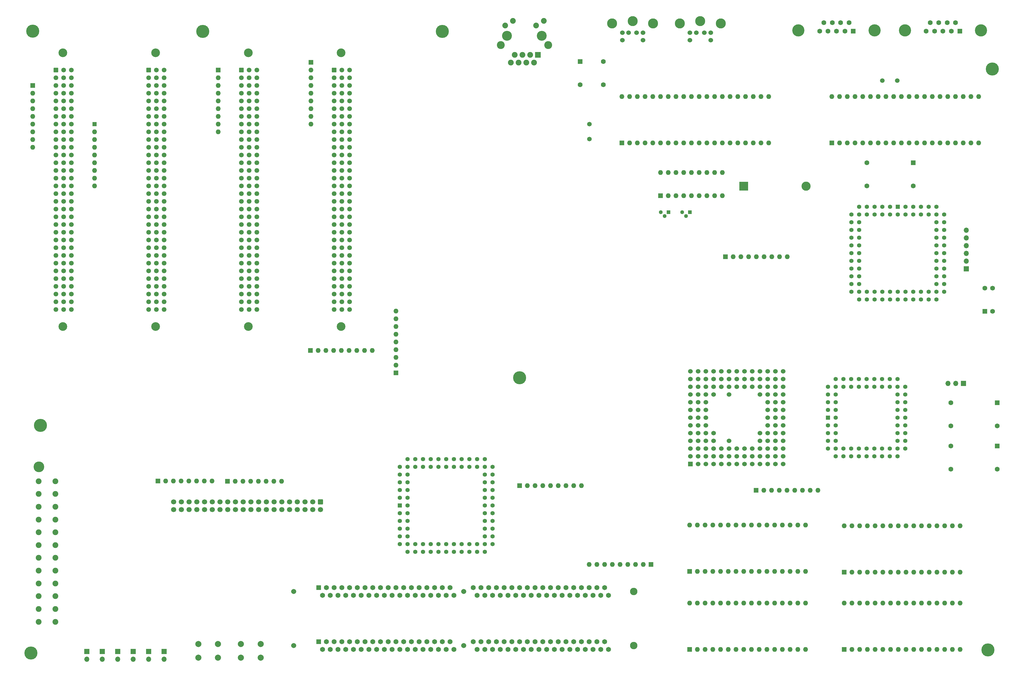
<source format=gbr>
%TF.GenerationSoftware,KiCad,Pcbnew,(6.0.8)*%
%TF.CreationDate,2022-10-29T13:34:51+01:00*%
%TF.ProjectId,yddraig030,79646472-6169-4673-9033-302e6b696361,rev?*%
%TF.SameCoordinates,Original*%
%TF.FileFunction,Soldermask,Bot*%
%TF.FilePolarity,Negative*%
%FSLAX46Y46*%
G04 Gerber Fmt 4.6, Leading zero omitted, Abs format (unit mm)*
G04 Created by KiCad (PCBNEW (6.0.8)) date 2022-10-29 13:34:51*
%MOMM*%
%LPD*%
G01*
G04 APERTURE LIST*
G04 Aperture macros list*
%AMRoundRect*
0 Rectangle with rounded corners*
0 $1 Rounding radius*
0 $2 $3 $4 $5 $6 $7 $8 $9 X,Y pos of 4 corners*
0 Add a 4 corners polygon primitive as box body*
4,1,4,$2,$3,$4,$5,$6,$7,$8,$9,$2,$3,0*
0 Add four circle primitives for the rounded corners*
1,1,$1+$1,$2,$3*
1,1,$1+$1,$4,$5*
1,1,$1+$1,$6,$7*
1,1,$1+$1,$8,$9*
0 Add four rect primitives between the rounded corners*
20,1,$1+$1,$2,$3,$4,$5,0*
20,1,$1+$1,$4,$5,$6,$7,0*
20,1,$1+$1,$6,$7,$8,$9,0*
20,1,$1+$1,$8,$9,$2,$3,0*%
G04 Aperture macros list end*
%ADD10R,1.300000X1.300000*%
%ADD11C,1.300000*%
%ADD12R,1.600000X1.600000*%
%ADD13O,1.600000X1.600000*%
%ADD14R,1.700000X1.700000*%
%ADD15O,1.700000X1.700000*%
%ADD16C,1.600000*%
%ADD17R,3.000000X3.000000*%
%ADD18C,3.000000*%
%ADD19C,1.524000*%
%ADD20C,3.300000*%
%ADD21C,4.300000*%
%ADD22C,2.440000*%
%ADD23C,1.660000*%
%ADD24R,1.650000X1.650000*%
%ADD25C,1.650000*%
%ADD26R,1.422400X1.422400*%
%ADD27C,1.422400*%
%ADD28C,2.850000*%
%ADD29RoundRect,0.249999X-0.525001X-0.525001X0.525001X-0.525001X0.525001X0.525001X-0.525001X0.525001X0*%
%ADD30C,1.550000*%
%ADD31C,1.905000*%
%ADD32C,3.505200*%
%ADD33R,1.400000X1.400000*%
%ADD34R,1.524000X1.524000*%
%ADD35C,4.000000*%
%ADD36RoundRect,0.250000X-0.600000X0.600000X-0.600000X-0.600000X0.600000X-0.600000X0.600000X0.600000X0*%
%ADD37C,1.700000*%
%ADD38C,2.000000*%
%ADD39C,1.500000*%
%ADD40R,1.580000X1.580000*%
%ADD41C,1.580000*%
%ADD42C,3.250000*%
%ADD43C,2.600000*%
%ADD44C,1.890000*%
%ADD45R,1.900000X1.900000*%
%ADD46C,1.900000*%
G04 APERTURE END LIST*
D10*
%TO.C,Q1302*%
X247040000Y-97500000D03*
D11*
X245770000Y-98770000D03*
X244500000Y-97500000D03*
%TD*%
D12*
%TO.C,U402*%
X254000000Y-215646000D03*
D13*
X256540000Y-215646000D03*
X259080000Y-215646000D03*
X261620000Y-215646000D03*
X264160000Y-215646000D03*
X266700000Y-215646000D03*
X269240000Y-215646000D03*
X271780000Y-215646000D03*
X274320000Y-215646000D03*
X276860000Y-215646000D03*
X279400000Y-215646000D03*
X281940000Y-215646000D03*
X284480000Y-215646000D03*
X287020000Y-215646000D03*
X289560000Y-215646000D03*
X292100000Y-215646000D03*
X292100000Y-200406000D03*
X289560000Y-200406000D03*
X287020000Y-200406000D03*
X284480000Y-200406000D03*
X281940000Y-200406000D03*
X279400000Y-200406000D03*
X276860000Y-200406000D03*
X274320000Y-200406000D03*
X271780000Y-200406000D03*
X269240000Y-200406000D03*
X266700000Y-200406000D03*
X264160000Y-200406000D03*
X261620000Y-200406000D03*
X259080000Y-200406000D03*
X256540000Y-200406000D03*
X254000000Y-200406000D03*
%TD*%
D12*
%TO.C,U501*%
X300750000Y-74750000D03*
D13*
X303290000Y-74750000D03*
X305830000Y-74750000D03*
X308370000Y-74750000D03*
X310910000Y-74750000D03*
X313450000Y-74750000D03*
X315990000Y-74750000D03*
X318530000Y-74750000D03*
X321070000Y-74750000D03*
X323610000Y-74750000D03*
X326150000Y-74750000D03*
X328690000Y-74750000D03*
X331230000Y-74750000D03*
X333770000Y-74750000D03*
X336310000Y-74750000D03*
X338850000Y-74750000D03*
X341390000Y-74750000D03*
X343930000Y-74750000D03*
X346470000Y-74750000D03*
X349010000Y-74750000D03*
X349010000Y-59510000D03*
X346470000Y-59510000D03*
X343930000Y-59510000D03*
X341390000Y-59510000D03*
X338850000Y-59510000D03*
X336310000Y-59510000D03*
X333770000Y-59510000D03*
X331230000Y-59510000D03*
X328690000Y-59510000D03*
X326150000Y-59510000D03*
X323610000Y-59510000D03*
X321070000Y-59510000D03*
X318530000Y-59510000D03*
X315990000Y-59510000D03*
X313450000Y-59510000D03*
X310910000Y-59510000D03*
X308370000Y-59510000D03*
X305830000Y-59510000D03*
X303290000Y-59510000D03*
X300750000Y-59510000D03*
%TD*%
D12*
%TO.C,U1102*%
X231740000Y-74740000D03*
D13*
X234280000Y-74740000D03*
X236820000Y-74740000D03*
X239360000Y-74740000D03*
X241900000Y-74740000D03*
X244440000Y-74740000D03*
X246980000Y-74740000D03*
X249520000Y-74740000D03*
X252060000Y-74740000D03*
X254600000Y-74740000D03*
X257140000Y-74740000D03*
X259680000Y-74740000D03*
X262220000Y-74740000D03*
X264760000Y-74740000D03*
X267300000Y-74740000D03*
X269840000Y-74740000D03*
X272380000Y-74740000D03*
X274920000Y-74740000D03*
X277460000Y-74740000D03*
X280000000Y-74740000D03*
X280000000Y-59500000D03*
X277460000Y-59500000D03*
X274920000Y-59500000D03*
X272380000Y-59500000D03*
X269840000Y-59500000D03*
X267300000Y-59500000D03*
X264760000Y-59500000D03*
X262220000Y-59500000D03*
X259680000Y-59500000D03*
X257140000Y-59500000D03*
X254600000Y-59500000D03*
X252060000Y-59500000D03*
X249520000Y-59500000D03*
X246980000Y-59500000D03*
X244440000Y-59500000D03*
X241900000Y-59500000D03*
X239360000Y-59500000D03*
X236820000Y-59500000D03*
X234280000Y-59500000D03*
X231740000Y-59500000D03*
%TD*%
D14*
%TO.C,J202*%
X81280000Y-242000000D03*
D15*
X81280000Y-244540000D03*
%TD*%
D12*
%TO.C,X1101*%
X218030000Y-48030000D03*
D16*
X218030000Y-55650000D03*
X225650000Y-55650000D03*
X225650000Y-48030000D03*
%TD*%
D12*
%TO.C,RN701*%
X129325000Y-143000000D03*
D13*
X131865000Y-143000000D03*
X134405000Y-143000000D03*
X136945000Y-143000000D03*
X139485000Y-143000000D03*
X142025000Y-143000000D03*
X144565000Y-143000000D03*
X147105000Y-143000000D03*
X149645000Y-143000000D03*
%TD*%
D17*
%TO.C,BT1301*%
X271747584Y-89000000D03*
D18*
X292237584Y-89000000D03*
%TD*%
D19*
%TO.C,J1101*%
X233950000Y-38500000D03*
X236550000Y-38500000D03*
X231850000Y-38500000D03*
X238650000Y-38500000D03*
X231850000Y-41000000D03*
X238650000Y-41000000D03*
D20*
X235250000Y-34700000D03*
X242000000Y-35500000D03*
X228500000Y-35500000D03*
%TD*%
D19*
%TO.C,J1102*%
X256200000Y-38500000D03*
X258800000Y-38500000D03*
X254100000Y-38500000D03*
X260900000Y-38500000D03*
X254100000Y-41000000D03*
X260900000Y-41000000D03*
D20*
X257500000Y-34700000D03*
X250750000Y-35500000D03*
X264250000Y-35500000D03*
%TD*%
D14*
%TO.C,J701*%
X344950000Y-116150000D03*
D15*
X344950000Y-113610000D03*
X344950000Y-111070000D03*
X344950000Y-108530000D03*
X344950000Y-105990000D03*
X344950000Y-103450000D03*
%TD*%
D21*
%TO.C,H108*%
X172720000Y-38100000D03*
%TD*%
D22*
%TO.C,SIMM1001*%
X235585000Y-240030000D03*
D23*
X179705000Y-240030000D03*
X123825000Y-240030000D03*
D24*
X132080000Y-238760000D03*
D25*
X133350000Y-241300000D03*
X134620000Y-238760000D03*
X135890000Y-241300000D03*
X137160000Y-238760000D03*
X138430000Y-241300000D03*
X139700000Y-238760000D03*
X140970000Y-241300000D03*
X142240000Y-238760000D03*
X143510000Y-241300000D03*
X144780000Y-238760000D03*
X146050000Y-241300000D03*
X147320000Y-238760000D03*
X148590000Y-241300000D03*
X149860000Y-238760000D03*
X151130000Y-241300000D03*
X152400000Y-238760000D03*
X153670000Y-241300000D03*
X154940000Y-238760000D03*
X156210000Y-241300000D03*
X157480000Y-238760000D03*
X158750000Y-241300000D03*
X160020000Y-238760000D03*
X161290000Y-241300000D03*
X162560000Y-238760000D03*
X163830000Y-241300000D03*
X165100000Y-238760000D03*
X166370000Y-241300000D03*
X167640000Y-238760000D03*
X168910000Y-241300000D03*
X170180000Y-238760000D03*
X171450000Y-241300000D03*
X172720000Y-238760000D03*
X173990000Y-241300000D03*
X175260000Y-238760000D03*
X176530000Y-241300000D03*
X182880000Y-238760000D03*
X184150000Y-241300000D03*
X185420000Y-238760000D03*
X186690000Y-241300000D03*
X187960000Y-238760000D03*
X189230000Y-241300000D03*
X190500000Y-238760000D03*
X191770000Y-241300000D03*
X193040000Y-238760000D03*
X194310000Y-241300000D03*
X195580000Y-238760000D03*
X196850000Y-241300000D03*
X198120000Y-238760000D03*
X199390000Y-241300000D03*
X200660000Y-238760000D03*
X201930000Y-241300000D03*
X203200000Y-238760000D03*
X204470000Y-241300000D03*
X205740000Y-238760000D03*
X207010000Y-241300000D03*
X208280000Y-238760000D03*
X209550000Y-241300000D03*
X210820000Y-238760000D03*
X212090000Y-241300000D03*
X213360000Y-238760000D03*
X214630000Y-241300000D03*
X215900000Y-238760000D03*
X217170000Y-241300000D03*
X218440000Y-238760000D03*
X219710000Y-241300000D03*
X220980000Y-238760000D03*
X222250000Y-241300000D03*
X223520000Y-238760000D03*
X224790000Y-241300000D03*
X226060000Y-238760000D03*
X227330000Y-241300000D03*
%TD*%
D26*
%TO.C,U1001*%
X158760000Y-194000000D03*
D27*
X161300000Y-194000000D03*
X158760000Y-196540000D03*
X161300000Y-196540000D03*
X158760000Y-199080000D03*
X161300000Y-199080000D03*
X158760000Y-201620000D03*
X161300000Y-201620000D03*
X158760000Y-204160000D03*
X161300000Y-204160000D03*
X158760000Y-206700000D03*
X161300000Y-209240000D03*
X161300000Y-206700000D03*
X163840000Y-209240000D03*
X163840000Y-206700000D03*
X166380000Y-209240000D03*
X166380000Y-206700000D03*
X168920000Y-209240000D03*
X168920000Y-206700000D03*
X171460000Y-209240000D03*
X171460000Y-206700000D03*
X174000000Y-209240000D03*
X174000000Y-206700000D03*
X176540000Y-209240000D03*
X176540000Y-206700000D03*
X179080000Y-209240000D03*
X179080000Y-206700000D03*
X181620000Y-209240000D03*
X181620000Y-206700000D03*
X184160000Y-209240000D03*
X184160000Y-206700000D03*
X186700000Y-209240000D03*
X189240000Y-206700000D03*
X186700000Y-206700000D03*
X189240000Y-204160000D03*
X186700000Y-204160000D03*
X189240000Y-201620000D03*
X186700000Y-201620000D03*
X189240000Y-199080000D03*
X186700000Y-199080000D03*
X189240000Y-196540000D03*
X186700000Y-196540000D03*
X189240000Y-194000000D03*
X186700000Y-194000000D03*
X189240000Y-191460000D03*
X186700000Y-191460000D03*
X189240000Y-188920000D03*
X186700000Y-188920000D03*
X189240000Y-186380000D03*
X186700000Y-186380000D03*
X189240000Y-183840000D03*
X186700000Y-183840000D03*
X189240000Y-181300000D03*
X186700000Y-178760000D03*
X186700000Y-181300000D03*
X184160000Y-178760000D03*
X184160000Y-181300000D03*
X181620000Y-178760000D03*
X181620000Y-181300000D03*
X179080000Y-178760000D03*
X179080000Y-181300000D03*
X176540000Y-178760000D03*
X176540000Y-181300000D03*
X174000000Y-178760000D03*
X174000000Y-181300000D03*
X171460000Y-178760000D03*
X171460000Y-181300000D03*
X168920000Y-178760000D03*
X168920000Y-181300000D03*
X166380000Y-178760000D03*
X166380000Y-181300000D03*
X163840000Y-178760000D03*
X163840000Y-181300000D03*
X161300000Y-178760000D03*
X158760000Y-181300000D03*
X161300000Y-181300000D03*
X158760000Y-183840000D03*
X161300000Y-183840000D03*
X158760000Y-186380000D03*
X161300000Y-186380000D03*
X158760000Y-188920000D03*
X161300000Y-188920000D03*
X158760000Y-191460000D03*
X161300000Y-191460000D03*
%TD*%
D28*
%TO.C,EXP801*%
X47960000Y-45170000D03*
X47960000Y-135170000D03*
D29*
X45720000Y-50800000D03*
D30*
X45720000Y-53340000D03*
X45720000Y-55880000D03*
X45720000Y-58420000D03*
X45720000Y-60960000D03*
X45720000Y-63500000D03*
X45720000Y-66040000D03*
X45720000Y-68580000D03*
X45720000Y-71120000D03*
X45720000Y-73660000D03*
X45720000Y-76200000D03*
X45720000Y-78740000D03*
X45720000Y-81280000D03*
X45720000Y-83820000D03*
X45720000Y-86360000D03*
X45720000Y-88900000D03*
X45720000Y-91440000D03*
X45720000Y-93980000D03*
X45720000Y-96520000D03*
X45720000Y-99060000D03*
X45720000Y-101600000D03*
X45720000Y-104140000D03*
X45720000Y-106680000D03*
X45720000Y-109220000D03*
X45720000Y-111760000D03*
X45720000Y-114300000D03*
X45720000Y-116840000D03*
X45720000Y-119380000D03*
X45720000Y-121920000D03*
X45720000Y-124460000D03*
X45720000Y-127000000D03*
X45720000Y-129540000D03*
X48260000Y-50800000D03*
X48260000Y-53340000D03*
X48260000Y-55880000D03*
X48260000Y-58420000D03*
X48260000Y-60960000D03*
X48260000Y-63500000D03*
X48260000Y-66040000D03*
X48260000Y-68580000D03*
X48260000Y-71120000D03*
X48260000Y-73660000D03*
X48260000Y-76200000D03*
X48260000Y-78740000D03*
X48260000Y-81280000D03*
X48260000Y-83820000D03*
X48260000Y-86360000D03*
X48260000Y-88900000D03*
X48260000Y-91440000D03*
X48260000Y-93980000D03*
X48260000Y-96520000D03*
X48260000Y-99060000D03*
X48260000Y-101600000D03*
X48260000Y-104140000D03*
X48260000Y-106680000D03*
X48260000Y-109220000D03*
X48260000Y-111760000D03*
X48260000Y-114300000D03*
X48260000Y-116840000D03*
X48260000Y-119380000D03*
X48260000Y-121920000D03*
X48260000Y-124460000D03*
X48260000Y-127000000D03*
X48260000Y-129540000D03*
X50800000Y-50800000D03*
X50800000Y-53340000D03*
X50800000Y-55880000D03*
X50800000Y-58420000D03*
X50800000Y-60960000D03*
X50800000Y-63500000D03*
X50800000Y-66040000D03*
X50800000Y-68580000D03*
X50800000Y-71120000D03*
X50800000Y-73660000D03*
X50800000Y-76200000D03*
X50800000Y-78740000D03*
X50800000Y-81280000D03*
X50800000Y-83820000D03*
X50800000Y-86360000D03*
X50800000Y-88900000D03*
X50800000Y-91440000D03*
X50800000Y-93980000D03*
X50800000Y-96520000D03*
X50800000Y-99060000D03*
X50800000Y-101600000D03*
X50800000Y-104140000D03*
X50800000Y-106680000D03*
X50800000Y-109220000D03*
X50800000Y-111760000D03*
X50800000Y-114300000D03*
X50800000Y-116840000D03*
X50800000Y-119380000D03*
X50800000Y-121920000D03*
X50800000Y-124460000D03*
X50800000Y-127000000D03*
X50800000Y-129540000D03*
%TD*%
D31*
%TO.C,J1401*%
X45500000Y-186000008D03*
X45500000Y-190200007D03*
X45500000Y-194400006D03*
X45500000Y-198600005D03*
X45500000Y-202800005D03*
X45500000Y-207000004D03*
X45500000Y-211200003D03*
X45500000Y-215400002D03*
X45500000Y-219600002D03*
X45500000Y-223800001D03*
X45500000Y-228000000D03*
X45500000Y-232199999D03*
X40000001Y-186000008D03*
X40000001Y-190200007D03*
X40000001Y-194400006D03*
X40000001Y-198600005D03*
X40000001Y-202800005D03*
X40000001Y-207000004D03*
X40000001Y-211200003D03*
X40000001Y-215400002D03*
X40000001Y-219600002D03*
X40000001Y-223800001D03*
X40000001Y-228000000D03*
X40000001Y-232199999D03*
D32*
X40102500Y-181236505D03*
%TD*%
D21*
%TO.C,H105*%
X94000000Y-38100000D03*
%TD*%
D33*
%TO.C,RN904*%
X58420000Y-68580000D03*
D13*
X58420000Y-71120000D03*
X58420000Y-73660000D03*
X58420000Y-76200000D03*
X58420000Y-78740000D03*
X58420000Y-81280000D03*
X58420000Y-83820000D03*
X58420000Y-86360000D03*
X58420000Y-88900000D03*
%TD*%
D34*
%TO.C,U301*%
X254254000Y-180340000D03*
D19*
X254254000Y-177800000D03*
X254254000Y-175260000D03*
X254254000Y-172720000D03*
X254254000Y-170180000D03*
X254254000Y-167640000D03*
X254254000Y-165100000D03*
X254254000Y-162560000D03*
X254254000Y-160020000D03*
X254254000Y-157480000D03*
X254254000Y-154940000D03*
X254254000Y-152400000D03*
X254254000Y-149860000D03*
X256794000Y-180340000D03*
X256794000Y-177800000D03*
X256794000Y-175260000D03*
X256794000Y-172720000D03*
X256794000Y-170180000D03*
X256794000Y-167640000D03*
X256794000Y-165100000D03*
X256794000Y-162560000D03*
X256794000Y-160020000D03*
X256794000Y-157480000D03*
X256794000Y-154940000D03*
X256794000Y-152400000D03*
X256794000Y-149860000D03*
X259334000Y-180340000D03*
X259334000Y-177800000D03*
X259334000Y-175260000D03*
X259334000Y-172720000D03*
X259334000Y-170180000D03*
X259334000Y-167640000D03*
X259334000Y-165100000D03*
X259334000Y-162560000D03*
X259334000Y-160020000D03*
X259334000Y-157480000D03*
X259334000Y-154940000D03*
X259334000Y-152400000D03*
X259334000Y-149860000D03*
X261874000Y-180340000D03*
X261874000Y-177800000D03*
X261874000Y-175260000D03*
X261874000Y-172720000D03*
X261874000Y-170180000D03*
X261874000Y-157480000D03*
X261874000Y-154940000D03*
X261874000Y-152400000D03*
X261874000Y-149860000D03*
X264414000Y-180340000D03*
X264414000Y-177800000D03*
X264414000Y-175260000D03*
X264414000Y-154940000D03*
X264414000Y-152400000D03*
X264414000Y-149860000D03*
X266954000Y-180340000D03*
X266954000Y-177800000D03*
X266954000Y-175260000D03*
X266954000Y-172720000D03*
X266954000Y-157480000D03*
X266954000Y-154940000D03*
X266954000Y-152400000D03*
X266954000Y-149860000D03*
X269494000Y-180340000D03*
X269494000Y-177800000D03*
X269494000Y-175260000D03*
X269494000Y-154940000D03*
X269494000Y-152400000D03*
X269494000Y-149860000D03*
X272034000Y-180340000D03*
X272034000Y-177800000D03*
X272034000Y-175260000D03*
X272034000Y-154940000D03*
X272034000Y-152400000D03*
X272034000Y-149860000D03*
X274574000Y-180340000D03*
X274574000Y-177800000D03*
X274574000Y-175260000D03*
X274574000Y-154940000D03*
X274574000Y-152400000D03*
X274574000Y-149860000D03*
X277114000Y-180340000D03*
X277114000Y-177800000D03*
X277114000Y-175260000D03*
X277114000Y-172720000D03*
X277114000Y-170180000D03*
X277114000Y-157480000D03*
X277114000Y-154940000D03*
X277114000Y-152400000D03*
X277114000Y-149860000D03*
X279654000Y-180340000D03*
X279654000Y-177800000D03*
X279654000Y-175260000D03*
X279654000Y-172720000D03*
X279654000Y-170180000D03*
X279654000Y-167640000D03*
X279654000Y-165100000D03*
X279654000Y-162560000D03*
X279654000Y-160020000D03*
X279654000Y-157480000D03*
X279654000Y-154940000D03*
X279654000Y-152400000D03*
X279654000Y-149860000D03*
X282194000Y-180340000D03*
X282194000Y-177800000D03*
X282194000Y-175260000D03*
X282194000Y-172720000D03*
X282194000Y-170180000D03*
X282194000Y-167640000D03*
X282194000Y-165100000D03*
X282194000Y-162560000D03*
X282194000Y-160020000D03*
X282194000Y-157480000D03*
X282194000Y-154940000D03*
X282194000Y-152400000D03*
X282194000Y-149860000D03*
X284734000Y-180340000D03*
X284734000Y-177800000D03*
X284734000Y-175260000D03*
X284734000Y-172720000D03*
X284734000Y-170180000D03*
X284734000Y-167640000D03*
X284734000Y-165100000D03*
X284734000Y-162560000D03*
X284734000Y-160020000D03*
X284734000Y-157480000D03*
X284734000Y-154940000D03*
X284734000Y-152400000D03*
X284734000Y-149860000D03*
%TD*%
D10*
%TO.C,Q1301*%
X254040000Y-97500000D03*
D11*
X252770000Y-98770000D03*
X251500000Y-97500000D03*
%TD*%
D26*
%TO.C,U302*%
X299466000Y-165100000D03*
D27*
X302006000Y-165100000D03*
X299466000Y-167640000D03*
X302006000Y-167640000D03*
X299466000Y-170180000D03*
X302006000Y-170180000D03*
X299466000Y-172720000D03*
X302006000Y-172720000D03*
X299466000Y-175260000D03*
X302006000Y-177800000D03*
X302006000Y-175260000D03*
X304546000Y-177800000D03*
X304546000Y-175260000D03*
X307086000Y-177800000D03*
X307086000Y-175260000D03*
X309626000Y-177800000D03*
X309626000Y-175260000D03*
X312166000Y-177800000D03*
X312166000Y-175260000D03*
X314706000Y-177800000D03*
X314706000Y-175260000D03*
X317246000Y-177800000D03*
X317246000Y-175260000D03*
X319786000Y-177800000D03*
X319786000Y-175260000D03*
X322326000Y-177800000D03*
X324866000Y-175260000D03*
X322326000Y-175260000D03*
X324866000Y-172720000D03*
X322326000Y-172720000D03*
X324866000Y-170180000D03*
X322326000Y-170180000D03*
X324866000Y-167640000D03*
X322326000Y-167640000D03*
X324866000Y-165100000D03*
X322326000Y-165100000D03*
X324866000Y-162560000D03*
X322326000Y-162560000D03*
X324866000Y-160020000D03*
X322326000Y-160020000D03*
X324866000Y-157480000D03*
X322326000Y-157480000D03*
X324866000Y-154940000D03*
X322326000Y-152400000D03*
X322326000Y-154940000D03*
X319786000Y-152400000D03*
X319786000Y-154940000D03*
X317246000Y-152400000D03*
X317246000Y-154940000D03*
X314706000Y-152400000D03*
X314706000Y-154940000D03*
X312166000Y-152400000D03*
X312166000Y-154940000D03*
X309626000Y-152400000D03*
X309626000Y-154940000D03*
X307086000Y-152400000D03*
X307086000Y-154940000D03*
X304546000Y-152400000D03*
X304546000Y-154940000D03*
X302006000Y-152400000D03*
X299466000Y-154940000D03*
X302006000Y-154940000D03*
X299466000Y-157480000D03*
X302006000Y-157480000D03*
X299466000Y-160020000D03*
X302006000Y-160020000D03*
X299466000Y-162560000D03*
X302006000Y-162560000D03*
%TD*%
D35*
%TO.C,J501*%
X289750000Y-37750000D03*
X314750000Y-37750000D03*
D12*
X307790000Y-38050000D03*
D16*
X305020000Y-38050000D03*
X302250000Y-38050000D03*
X299480000Y-38050000D03*
X296710000Y-38050000D03*
X306405000Y-35210000D03*
X303635000Y-35210000D03*
X300865000Y-35210000D03*
X298095000Y-35210000D03*
%TD*%
D36*
%TO.C,J603*%
X132630000Y-192747500D03*
D37*
X132630000Y-195287500D03*
X130090000Y-192747500D03*
X130090000Y-195287500D03*
X127550000Y-192747500D03*
X127550000Y-195287500D03*
X125010000Y-192747500D03*
X125010000Y-195287500D03*
X122470000Y-192747500D03*
X122470000Y-195287500D03*
X119930000Y-192747500D03*
X119930000Y-195287500D03*
X117390000Y-192747500D03*
X117390000Y-195287500D03*
X114850000Y-192747500D03*
X114850000Y-195287500D03*
X112310000Y-192747500D03*
X112310000Y-195287500D03*
X109770000Y-192747500D03*
X109770000Y-195287500D03*
X107230000Y-192747500D03*
X107230000Y-195287500D03*
X104690000Y-192747500D03*
X104690000Y-195287500D03*
X102150000Y-192747500D03*
X102150000Y-195287500D03*
X99610000Y-192747500D03*
X99610000Y-195287500D03*
X97070000Y-192747500D03*
X97070000Y-195287500D03*
X94530000Y-192747500D03*
X94530000Y-195287500D03*
X91990000Y-192747500D03*
X91990000Y-195287500D03*
X89450000Y-192747500D03*
X89450000Y-195287500D03*
X86910000Y-192747500D03*
X86910000Y-195287500D03*
X84370000Y-192747500D03*
X84370000Y-195287500D03*
%TD*%
D23*
%TO.C,JSIMM1001*%
X123825000Y-222250000D03*
D22*
X235585000Y-222250000D03*
D23*
X179705000Y-222250000D03*
D24*
X132080000Y-220980000D03*
D25*
X133350000Y-223520000D03*
X134620000Y-220980000D03*
X135890000Y-223520000D03*
X137160000Y-220980000D03*
X138430000Y-223520000D03*
X139700000Y-220980000D03*
X140970000Y-223520000D03*
X142240000Y-220980000D03*
X143510000Y-223520000D03*
X144780000Y-220980000D03*
X146050000Y-223520000D03*
X147320000Y-220980000D03*
X148590000Y-223520000D03*
X149860000Y-220980000D03*
X151130000Y-223520000D03*
X152400000Y-220980000D03*
X153670000Y-223520000D03*
X154940000Y-220980000D03*
X156210000Y-223520000D03*
X157480000Y-220980000D03*
X158750000Y-223520000D03*
X160020000Y-220980000D03*
X161290000Y-223520000D03*
X162560000Y-220980000D03*
X163830000Y-223520000D03*
X165100000Y-220980000D03*
X166370000Y-223520000D03*
X167640000Y-220980000D03*
X168910000Y-223520000D03*
X170180000Y-220980000D03*
X171450000Y-223520000D03*
X172720000Y-220980000D03*
X173990000Y-223520000D03*
X175260000Y-220980000D03*
X176530000Y-223520000D03*
X182880000Y-220980000D03*
X184150000Y-223520000D03*
X185420000Y-220980000D03*
X186690000Y-223520000D03*
X187960000Y-220980000D03*
X189230000Y-223520000D03*
X190500000Y-220980000D03*
X191770000Y-223520000D03*
X193040000Y-220980000D03*
X194310000Y-223520000D03*
X195580000Y-220980000D03*
X196850000Y-223520000D03*
X198120000Y-220980000D03*
X199390000Y-223520000D03*
X200660000Y-220980000D03*
X201930000Y-223520000D03*
X203200000Y-220980000D03*
X204470000Y-223520000D03*
X205740000Y-220980000D03*
X207010000Y-223520000D03*
X208280000Y-220980000D03*
X209550000Y-223520000D03*
X210820000Y-220980000D03*
X212090000Y-223520000D03*
X213360000Y-220980000D03*
X214630000Y-223520000D03*
X215900000Y-220980000D03*
X217170000Y-223520000D03*
X218440000Y-220980000D03*
X219710000Y-223520000D03*
X220980000Y-220980000D03*
X222250000Y-223520000D03*
X223520000Y-220980000D03*
X224790000Y-223520000D03*
X226060000Y-220980000D03*
X227330000Y-223520000D03*
%TD*%
D21*
%TO.C,H104*%
X352000000Y-241500000D03*
%TD*%
%TO.C,H106*%
X353500000Y-50500000D03*
%TD*%
D14*
%TO.C,J301*%
X344000000Y-153800000D03*
D15*
X341460000Y-153800000D03*
X338920000Y-153800000D03*
%TD*%
D12*
%TO.C,U403*%
X304800000Y-241300000D03*
D13*
X307340000Y-241300000D03*
X309880000Y-241300000D03*
X312420000Y-241300000D03*
X314960000Y-241300000D03*
X317500000Y-241300000D03*
X320040000Y-241300000D03*
X322580000Y-241300000D03*
X325120000Y-241300000D03*
X327660000Y-241300000D03*
X330200000Y-241300000D03*
X332740000Y-241300000D03*
X335280000Y-241300000D03*
X337820000Y-241300000D03*
X340360000Y-241300000D03*
X342900000Y-241300000D03*
X342900000Y-226060000D03*
X340360000Y-226060000D03*
X337820000Y-226060000D03*
X335280000Y-226060000D03*
X332740000Y-226060000D03*
X330200000Y-226060000D03*
X327660000Y-226060000D03*
X325120000Y-226060000D03*
X322580000Y-226060000D03*
X320040000Y-226060000D03*
X317500000Y-226060000D03*
X314960000Y-226060000D03*
X312420000Y-226060000D03*
X309880000Y-226060000D03*
X307340000Y-226060000D03*
X304800000Y-226060000D03*
%TD*%
D21*
%TO.C,H101*%
X37500000Y-242500000D03*
%TD*%
D38*
%TO.C,SW201*%
X113000000Y-239500000D03*
X106500000Y-239500000D03*
X106500000Y-244000000D03*
X113000000Y-244000000D03*
%TD*%
D14*
%TO.C,J602*%
X71120000Y-242000000D03*
D15*
X71120000Y-244540000D03*
%TD*%
D39*
%TO.C,Y501*%
X317350000Y-54250000D03*
X322250000Y-54250000D03*
%TD*%
%TO.C,Y1201*%
X221062500Y-68550000D03*
X221062500Y-73450000D03*
%TD*%
D21*
%TO.C,H102*%
X38100000Y-38000000D03*
%TD*%
D12*
%TO.C,U401*%
X254000000Y-241300000D03*
D13*
X256540000Y-241300000D03*
X259080000Y-241300000D03*
X261620000Y-241300000D03*
X264160000Y-241300000D03*
X266700000Y-241300000D03*
X269240000Y-241300000D03*
X271780000Y-241300000D03*
X274320000Y-241300000D03*
X276860000Y-241300000D03*
X279400000Y-241300000D03*
X281940000Y-241300000D03*
X284480000Y-241300000D03*
X287020000Y-241300000D03*
X289560000Y-241300000D03*
X292100000Y-241300000D03*
X292100000Y-226060000D03*
X289560000Y-226060000D03*
X287020000Y-226060000D03*
X284480000Y-226060000D03*
X281940000Y-226060000D03*
X279400000Y-226060000D03*
X276860000Y-226060000D03*
X274320000Y-226060000D03*
X271780000Y-226060000D03*
X269240000Y-226060000D03*
X266700000Y-226060000D03*
X264160000Y-226060000D03*
X261620000Y-226060000D03*
X259080000Y-226060000D03*
X256540000Y-226060000D03*
X254000000Y-226060000D03*
%TD*%
D40*
%TO.C,SW301*%
X351050000Y-130120000D03*
D41*
X351050000Y-122500000D03*
X353590000Y-130120000D03*
X353590000Y-122500000D03*
%TD*%
D14*
%TO.C,J1403*%
X55880000Y-242000000D03*
D15*
X55880000Y-244540000D03*
%TD*%
D12*
%TO.C,RN801*%
X157450000Y-150400000D03*
D13*
X157450000Y-147860000D03*
X157450000Y-145320000D03*
X157450000Y-142780000D03*
X157450000Y-140240000D03*
X157450000Y-137700000D03*
X157450000Y-135160000D03*
X157450000Y-132620000D03*
X157450000Y-130080000D03*
%TD*%
D14*
%TO.C,J601*%
X76200000Y-242000000D03*
D15*
X76200000Y-244540000D03*
%TD*%
D12*
%TO.C,RN1001*%
X241300000Y-213360000D03*
D13*
X238760000Y-213360000D03*
X236220000Y-213360000D03*
X233680000Y-213360000D03*
X231140000Y-213360000D03*
X228600000Y-213360000D03*
X226060000Y-213360000D03*
X223520000Y-213360000D03*
X220980000Y-213360000D03*
%TD*%
D12*
%TO.C,RN301*%
X275825000Y-189000000D03*
D13*
X278365000Y-189000000D03*
X280905000Y-189000000D03*
X283445000Y-189000000D03*
X285985000Y-189000000D03*
X288525000Y-189000000D03*
X291065000Y-189000000D03*
X293605000Y-189000000D03*
X296145000Y-189000000D03*
%TD*%
D28*
%TO.C,EXP802*%
X78440000Y-45170000D03*
X78440000Y-135170000D03*
D29*
X76200000Y-50800000D03*
D30*
X76200000Y-53340000D03*
X76200000Y-55880000D03*
X76200000Y-58420000D03*
X76200000Y-60960000D03*
X76200000Y-63500000D03*
X76200000Y-66040000D03*
X76200000Y-68580000D03*
X76200000Y-71120000D03*
X76200000Y-73660000D03*
X76200000Y-76200000D03*
X76200000Y-78740000D03*
X76200000Y-81280000D03*
X76200000Y-83820000D03*
X76200000Y-86360000D03*
X76200000Y-88900000D03*
X76200000Y-91440000D03*
X76200000Y-93980000D03*
X76200000Y-96520000D03*
X76200000Y-99060000D03*
X76200000Y-101600000D03*
X76200000Y-104140000D03*
X76200000Y-106680000D03*
X76200000Y-109220000D03*
X76200000Y-111760000D03*
X76200000Y-114300000D03*
X76200000Y-116840000D03*
X76200000Y-119380000D03*
X76200000Y-121920000D03*
X76200000Y-124460000D03*
X76200000Y-127000000D03*
X76200000Y-129540000D03*
X78740000Y-50800000D03*
X78740000Y-53340000D03*
X78740000Y-55880000D03*
X78740000Y-58420000D03*
X78740000Y-60960000D03*
X78740000Y-63500000D03*
X78740000Y-66040000D03*
X78740000Y-68580000D03*
X78740000Y-71120000D03*
X78740000Y-73660000D03*
X78740000Y-76200000D03*
X78740000Y-78740000D03*
X78740000Y-81280000D03*
X78740000Y-83820000D03*
X78740000Y-86360000D03*
X78740000Y-88900000D03*
X78740000Y-91440000D03*
X78740000Y-93980000D03*
X78740000Y-96520000D03*
X78740000Y-99060000D03*
X78740000Y-101600000D03*
X78740000Y-104140000D03*
X78740000Y-106680000D03*
X78740000Y-109220000D03*
X78740000Y-111760000D03*
X78740000Y-114300000D03*
X78740000Y-116840000D03*
X78740000Y-119380000D03*
X78740000Y-121920000D03*
X78740000Y-124460000D03*
X78740000Y-127000000D03*
X78740000Y-129540000D03*
X81280000Y-50800000D03*
X81280000Y-53340000D03*
X81280000Y-55880000D03*
X81280000Y-58420000D03*
X81280000Y-60960000D03*
X81280000Y-63500000D03*
X81280000Y-66040000D03*
X81280000Y-68580000D03*
X81280000Y-71120000D03*
X81280000Y-73660000D03*
X81280000Y-76200000D03*
X81280000Y-78740000D03*
X81280000Y-81280000D03*
X81280000Y-83820000D03*
X81280000Y-86360000D03*
X81280000Y-88900000D03*
X81280000Y-91440000D03*
X81280000Y-93980000D03*
X81280000Y-96520000D03*
X81280000Y-99060000D03*
X81280000Y-101600000D03*
X81280000Y-104140000D03*
X81280000Y-106680000D03*
X81280000Y-109220000D03*
X81280000Y-111760000D03*
X81280000Y-114300000D03*
X81280000Y-116840000D03*
X81280000Y-119380000D03*
X81280000Y-121920000D03*
X81280000Y-124460000D03*
X81280000Y-127000000D03*
X81280000Y-129540000D03*
%TD*%
D12*
%TO.C,RN1502*%
X265780000Y-112200000D03*
D13*
X268320000Y-112200000D03*
X270860000Y-112200000D03*
X273400000Y-112200000D03*
X275940000Y-112200000D03*
X278480000Y-112200000D03*
X281020000Y-112200000D03*
X283560000Y-112200000D03*
X286100000Y-112200000D03*
%TD*%
D38*
%TO.C,SW1401*%
X92500000Y-239500000D03*
X99000000Y-239500000D03*
X92500000Y-244000000D03*
X99000000Y-244000000D03*
%TD*%
D12*
%TO.C,RN901*%
X99060000Y-50800000D03*
D13*
X99060000Y-53340000D03*
X99060000Y-55880000D03*
X99060000Y-58420000D03*
X99060000Y-60960000D03*
X99060000Y-63500000D03*
X99060000Y-66040000D03*
X99060000Y-68580000D03*
X99060000Y-71120000D03*
%TD*%
D28*
%TO.C,EXP803*%
X108920000Y-135170000D03*
X108920000Y-45170000D03*
D29*
X106680000Y-50800000D03*
D30*
X106680000Y-53340000D03*
X106680000Y-55880000D03*
X106680000Y-58420000D03*
X106680000Y-60960000D03*
X106680000Y-63500000D03*
X106680000Y-66040000D03*
X106680000Y-68580000D03*
X106680000Y-71120000D03*
X106680000Y-73660000D03*
X106680000Y-76200000D03*
X106680000Y-78740000D03*
X106680000Y-81280000D03*
X106680000Y-83820000D03*
X106680000Y-86360000D03*
X106680000Y-88900000D03*
X106680000Y-91440000D03*
X106680000Y-93980000D03*
X106680000Y-96520000D03*
X106680000Y-99060000D03*
X106680000Y-101600000D03*
X106680000Y-104140000D03*
X106680000Y-106680000D03*
X106680000Y-109220000D03*
X106680000Y-111760000D03*
X106680000Y-114300000D03*
X106680000Y-116840000D03*
X106680000Y-119380000D03*
X106680000Y-121920000D03*
X106680000Y-124460000D03*
X106680000Y-127000000D03*
X106680000Y-129540000D03*
X109220000Y-50800000D03*
X109220000Y-53340000D03*
X109220000Y-55880000D03*
X109220000Y-58420000D03*
X109220000Y-60960000D03*
X109220000Y-63500000D03*
X109220000Y-66040000D03*
X109220000Y-68580000D03*
X109220000Y-71120000D03*
X109220000Y-73660000D03*
X109220000Y-76200000D03*
X109220000Y-78740000D03*
X109220000Y-81280000D03*
X109220000Y-83820000D03*
X109220000Y-86360000D03*
X109220000Y-88900000D03*
X109220000Y-91440000D03*
X109220000Y-93980000D03*
X109220000Y-96520000D03*
X109220000Y-99060000D03*
X109220000Y-101600000D03*
X109220000Y-104140000D03*
X109220000Y-106680000D03*
X109220000Y-109220000D03*
X109220000Y-111760000D03*
X109220000Y-114300000D03*
X109220000Y-116840000D03*
X109220000Y-119380000D03*
X109220000Y-121920000D03*
X109220000Y-124460000D03*
X109220000Y-127000000D03*
X109220000Y-129540000D03*
X111760000Y-50800000D03*
X111760000Y-53340000D03*
X111760000Y-55880000D03*
X111760000Y-58420000D03*
X111760000Y-60960000D03*
X111760000Y-63500000D03*
X111760000Y-66040000D03*
X111760000Y-68580000D03*
X111760000Y-71120000D03*
X111760000Y-73660000D03*
X111760000Y-76200000D03*
X111760000Y-78740000D03*
X111760000Y-81280000D03*
X111760000Y-83820000D03*
X111760000Y-86360000D03*
X111760000Y-88900000D03*
X111760000Y-91440000D03*
X111760000Y-93980000D03*
X111760000Y-96520000D03*
X111760000Y-99060000D03*
X111760000Y-101600000D03*
X111760000Y-104140000D03*
X111760000Y-106680000D03*
X111760000Y-109220000D03*
X111760000Y-111760000D03*
X111760000Y-114300000D03*
X111760000Y-116840000D03*
X111760000Y-119380000D03*
X111760000Y-121920000D03*
X111760000Y-124460000D03*
X111760000Y-127000000D03*
X111760000Y-129540000D03*
%TD*%
D12*
%TO.C,RN601*%
X79220000Y-185900000D03*
D13*
X81760000Y-185900000D03*
X84300000Y-185900000D03*
X86840000Y-185900000D03*
X89380000Y-185900000D03*
X91920000Y-185900000D03*
X94460000Y-185900000D03*
X97000000Y-185900000D03*
%TD*%
D21*
%TO.C,H107*%
X40640000Y-167640000D03*
%TD*%
D12*
%TO.C,U1301*%
X244380000Y-92120000D03*
D13*
X246920000Y-92120000D03*
X249460000Y-92120000D03*
X252000000Y-92120000D03*
X254540000Y-92120000D03*
X257080000Y-92120000D03*
X259620000Y-92120000D03*
X262160000Y-92120000D03*
X264700000Y-92120000D03*
X264700000Y-84500000D03*
X262160000Y-84500000D03*
X259620000Y-84500000D03*
X257080000Y-84500000D03*
X254540000Y-84500000D03*
X252000000Y-84500000D03*
X249460000Y-84500000D03*
X246920000Y-84500000D03*
X244380000Y-84500000D03*
%TD*%
D14*
%TO.C,J1402*%
X60960000Y-242000000D03*
D15*
X60960000Y-244540000D03*
%TD*%
D12*
%TO.C,X701*%
X327450000Y-81300000D03*
D16*
X312210000Y-81300000D03*
X312210000Y-88920000D03*
X327450000Y-88920000D03*
%TD*%
D12*
%TO.C,RN903*%
X129540000Y-48245000D03*
D13*
X129540000Y-50785000D03*
X129540000Y-53325000D03*
X129540000Y-55865000D03*
X129540000Y-58405000D03*
X129540000Y-60945000D03*
X129540000Y-63485000D03*
X129540000Y-66025000D03*
X129540000Y-68565000D03*
%TD*%
D12*
%TO.C,RN602*%
X102120000Y-186000000D03*
D13*
X104660000Y-186000000D03*
X107200000Y-186000000D03*
X109740000Y-186000000D03*
X112280000Y-186000000D03*
X114820000Y-186000000D03*
X117360000Y-186000000D03*
X119900000Y-186000000D03*
%TD*%
D12*
%TO.C,X302*%
X355070000Y-160165000D03*
D16*
X339830000Y-160165000D03*
X339830000Y-167785000D03*
X355070000Y-167785000D03*
%TD*%
D12*
%TO.C,U404*%
X304800000Y-215900000D03*
D13*
X307340000Y-215900000D03*
X309880000Y-215900000D03*
X312420000Y-215900000D03*
X314960000Y-215900000D03*
X317500000Y-215900000D03*
X320040000Y-215900000D03*
X322580000Y-215900000D03*
X325120000Y-215900000D03*
X327660000Y-215900000D03*
X330200000Y-215900000D03*
X332740000Y-215900000D03*
X335280000Y-215900000D03*
X337820000Y-215900000D03*
X340360000Y-215900000D03*
X342900000Y-215900000D03*
X342900000Y-200660000D03*
X340360000Y-200660000D03*
X337820000Y-200660000D03*
X335280000Y-200660000D03*
X332740000Y-200660000D03*
X330200000Y-200660000D03*
X327660000Y-200660000D03*
X325120000Y-200660000D03*
X322580000Y-200660000D03*
X320040000Y-200660000D03*
X317500000Y-200660000D03*
X314960000Y-200660000D03*
X312420000Y-200660000D03*
X309880000Y-200660000D03*
X307340000Y-200660000D03*
X304800000Y-200660000D03*
%TD*%
D26*
%TO.C,U703*%
X322400000Y-95740000D03*
D27*
X322400000Y-98280000D03*
X319860000Y-95740000D03*
X319860000Y-98280000D03*
X317320000Y-95740000D03*
X317320000Y-98280000D03*
X314780000Y-95740000D03*
X314780000Y-98280000D03*
X312240000Y-95740000D03*
X312240000Y-98280000D03*
X309700000Y-95740000D03*
X307160000Y-98280000D03*
X309700000Y-98280000D03*
X307160000Y-100820000D03*
X309700000Y-100820000D03*
X307160000Y-103360000D03*
X309700000Y-103360000D03*
X307160000Y-105900000D03*
X309700000Y-105900000D03*
X307160000Y-108440000D03*
X309700000Y-108440000D03*
X307160000Y-110980000D03*
X309700000Y-110980000D03*
X307160000Y-113520000D03*
X309700000Y-113520000D03*
X307160000Y-116060000D03*
X309700000Y-116060000D03*
X307160000Y-118600000D03*
X309700000Y-118600000D03*
X307160000Y-121140000D03*
X309700000Y-121140000D03*
X307160000Y-123680000D03*
X309700000Y-126220000D03*
X309700000Y-123680000D03*
X312240000Y-126220000D03*
X312240000Y-123680000D03*
X314780000Y-126220000D03*
X314780000Y-123680000D03*
X317320000Y-126220000D03*
X317320000Y-123680000D03*
X319860000Y-126220000D03*
X319860000Y-123680000D03*
X322400000Y-126220000D03*
X322400000Y-123680000D03*
X324940000Y-126220000D03*
X324940000Y-123680000D03*
X327480000Y-126220000D03*
X327480000Y-123680000D03*
X330020000Y-126220000D03*
X330020000Y-123680000D03*
X332560000Y-126220000D03*
X332560000Y-123680000D03*
X335100000Y-126220000D03*
X337640000Y-123680000D03*
X335100000Y-123680000D03*
X337640000Y-121140000D03*
X335100000Y-121140000D03*
X337640000Y-118600000D03*
X335100000Y-118600000D03*
X337640000Y-116060000D03*
X335100000Y-116060000D03*
X337640000Y-113520000D03*
X335100000Y-113520000D03*
X337640000Y-110980000D03*
X335100000Y-110980000D03*
X337640000Y-108440000D03*
X335100000Y-108440000D03*
X337640000Y-105900000D03*
X335100000Y-105900000D03*
X337640000Y-103360000D03*
X335100000Y-103360000D03*
X337640000Y-100820000D03*
X335100000Y-100820000D03*
X337640000Y-98280000D03*
X335100000Y-95740000D03*
X335100000Y-98280000D03*
X332560000Y-95740000D03*
X332560000Y-98280000D03*
X330020000Y-95740000D03*
X330020000Y-98280000D03*
X327480000Y-95740000D03*
X327480000Y-98280000D03*
X324940000Y-95740000D03*
X324940000Y-98280000D03*
%TD*%
D28*
%TO.C,EXP804*%
X139400000Y-135170000D03*
X139400000Y-45170000D03*
D29*
X137160000Y-50800000D03*
D30*
X137160000Y-53340000D03*
X137160000Y-55880000D03*
X137160000Y-58420000D03*
X137160000Y-60960000D03*
X137160000Y-63500000D03*
X137160000Y-66040000D03*
X137160000Y-68580000D03*
X137160000Y-71120000D03*
X137160000Y-73660000D03*
X137160000Y-76200000D03*
X137160000Y-78740000D03*
X137160000Y-81280000D03*
X137160000Y-83820000D03*
X137160000Y-86360000D03*
X137160000Y-88900000D03*
X137160000Y-91440000D03*
X137160000Y-93980000D03*
X137160000Y-96520000D03*
X137160000Y-99060000D03*
X137160000Y-101600000D03*
X137160000Y-104140000D03*
X137160000Y-106680000D03*
X137160000Y-109220000D03*
X137160000Y-111760000D03*
X137160000Y-114300000D03*
X137160000Y-116840000D03*
X137160000Y-119380000D03*
X137160000Y-121920000D03*
X137160000Y-124460000D03*
X137160000Y-127000000D03*
X137160000Y-129540000D03*
X139700000Y-50800000D03*
X139700000Y-53340000D03*
X139700000Y-55880000D03*
X139700000Y-58420000D03*
X139700000Y-60960000D03*
X139700000Y-63500000D03*
X139700000Y-66040000D03*
X139700000Y-68580000D03*
X139700000Y-71120000D03*
X139700000Y-73660000D03*
X139700000Y-76200000D03*
X139700000Y-78740000D03*
X139700000Y-81280000D03*
X139700000Y-83820000D03*
X139700000Y-86360000D03*
X139700000Y-88900000D03*
X139700000Y-91440000D03*
X139700000Y-93980000D03*
X139700000Y-96520000D03*
X139700000Y-99060000D03*
X139700000Y-101600000D03*
X139700000Y-104140000D03*
X139700000Y-106680000D03*
X139700000Y-109220000D03*
X139700000Y-111760000D03*
X139700000Y-114300000D03*
X139700000Y-116840000D03*
X139700000Y-119380000D03*
X139700000Y-121920000D03*
X139700000Y-124460000D03*
X139700000Y-127000000D03*
X139700000Y-129540000D03*
X142240000Y-50800000D03*
X142240000Y-53340000D03*
X142240000Y-55880000D03*
X142240000Y-58420000D03*
X142240000Y-60960000D03*
X142240000Y-63500000D03*
X142240000Y-66040000D03*
X142240000Y-68580000D03*
X142240000Y-71120000D03*
X142240000Y-73660000D03*
X142240000Y-76200000D03*
X142240000Y-78740000D03*
X142240000Y-81280000D03*
X142240000Y-83820000D03*
X142240000Y-86360000D03*
X142240000Y-88900000D03*
X142240000Y-91440000D03*
X142240000Y-93980000D03*
X142240000Y-96520000D03*
X142240000Y-99060000D03*
X142240000Y-101600000D03*
X142240000Y-104140000D03*
X142240000Y-106680000D03*
X142240000Y-109220000D03*
X142240000Y-111760000D03*
X142240000Y-114300000D03*
X142240000Y-116840000D03*
X142240000Y-119380000D03*
X142240000Y-121920000D03*
X142240000Y-124460000D03*
X142240000Y-127000000D03*
X142240000Y-129540000D03*
%TD*%
D14*
%TO.C,J201*%
X66040000Y-242000000D03*
D15*
X66040000Y-244540000D03*
%TD*%
D35*
%TO.C,J502*%
X349750000Y-37750000D03*
X324750000Y-37750000D03*
D12*
X342790000Y-38050000D03*
D16*
X340020000Y-38050000D03*
X337250000Y-38050000D03*
X334480000Y-38050000D03*
X331710000Y-38050000D03*
X341405000Y-35210000D03*
X338635000Y-35210000D03*
X335865000Y-35210000D03*
X333095000Y-35210000D03*
%TD*%
D12*
%TO.C,RN1501*%
X198150000Y-187450000D03*
D13*
X200690000Y-187450000D03*
X203230000Y-187450000D03*
X205770000Y-187450000D03*
X208310000Y-187450000D03*
X210850000Y-187450000D03*
X213390000Y-187450000D03*
X215930000Y-187450000D03*
X218470000Y-187450000D03*
%TD*%
D12*
%TO.C,RN902*%
X38100000Y-55880000D03*
D13*
X38100000Y-58420000D03*
X38100000Y-60960000D03*
X38100000Y-63500000D03*
X38100000Y-66040000D03*
X38100000Y-68580000D03*
X38100000Y-71120000D03*
X38100000Y-73660000D03*
X38100000Y-76200000D03*
%TD*%
D42*
%TO.C,J1201*%
X205430000Y-39500000D03*
X194000000Y-39500000D03*
D43*
X207490000Y-42550000D03*
X191940000Y-42550000D03*
D44*
X193390000Y-36120000D03*
X195930000Y-34600000D03*
X203500000Y-36120000D03*
X206040000Y-34600000D03*
D45*
X204160000Y-45840000D03*
D46*
X202890000Y-48380000D03*
X201620000Y-45840000D03*
X200350000Y-48380000D03*
X199080000Y-45840000D03*
X197810000Y-48380000D03*
X196540000Y-45840000D03*
X195270000Y-48380000D03*
%TD*%
D21*
%TO.C,H103*%
X198150000Y-151950000D03*
%TD*%
D12*
%TO.C,X301*%
X355070000Y-174415000D03*
D16*
X339830000Y-174415000D03*
X339830000Y-182035000D03*
X355070000Y-182035000D03*
%TD*%
M02*

</source>
